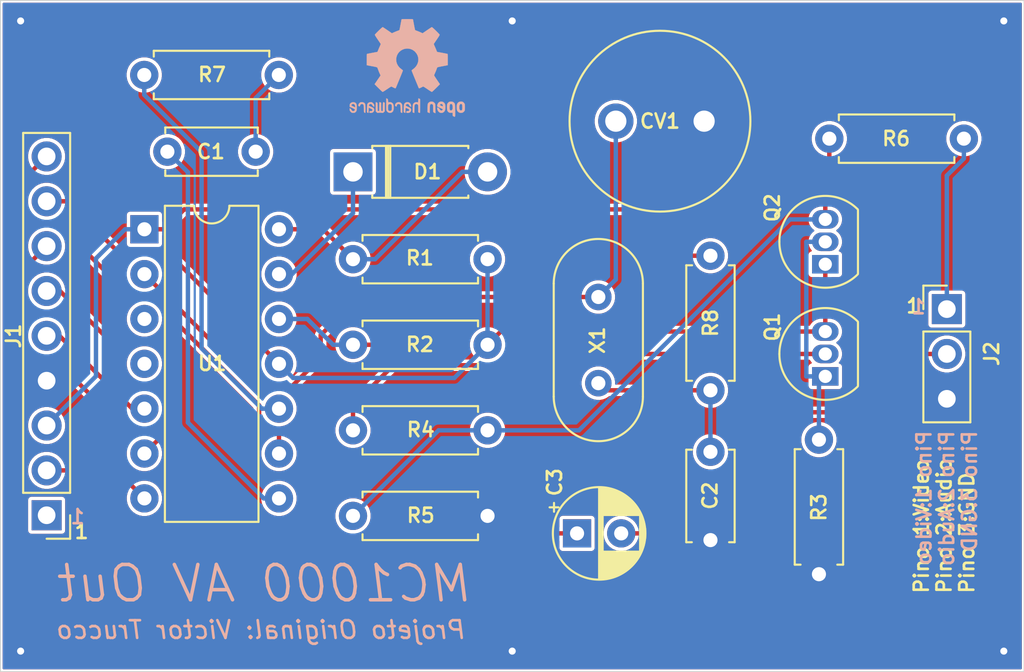
<source format=kicad_pcb>
(kicad_pcb (version 20171130) (host pcbnew "(5.1.6)-1")
  (layers (0 F.Cu signal) (31 B.Cu signal) (34 B.Paste user) (35 F.Paste user) (36 B.SilkS user) (37 F.SilkS user) (38 B.Mask user) (39 F.Mask user) (44 Edge.Cuts user))
  (net 0 "")
  (net 1 "Net-(C1-Pad2)")
  (net 2 "Net-(C1-Pad1)")
  (net 3 GND)
  (net 4 "Net-(C2-Pad2)")
  (net 5 "Net-(C3-Pad1)")
  (net 6 audio)
  (net 7 "Net-(CV1-Pad1)")
  (net 8 "Net-(D1-Pad1)")
  (net 9 "Net-(D1-Pad2)")
  (net 10 "Net-(J1-Pad1)")
  (net 11 "Net-(J1-Pad3)")
  (net 12 "Net-(J1-Pad5)")
  (net 13 "Net-(J1-Pad6)")
  (net 14 "Net-(J1-Pad7)")
  (net 15 "Net-(J1-Pad9)")
  (net 16 "Net-(J2-Pad1)")
  (net 17 "Net-(Q1-Pad1)")
  (net 18 +5V)
  (net 19 "Net-(Q1-Pad2)")
  (net 20 "Net-(Q2-Pad3)")
  (net 21 "Net-(R7-Pad2)")
  (net 22 "Net-(U1-Pad3)")
  (net 23 "Net-(J1-Pad4)")
  (module Symbol:OSHW-Logo2_7.3x6mm_SilkScreen (layer B.Cu) (at 111.76 92.71 180)
    (fp_text reference REF** hide)
    (fp_text value OSHW-Logo2_7.3x6mm_SilkScreen hide)
  )
  (module Connector_PinHeader_2.54mm:PinHeader_1x03_P2.54mm_Vertical (layer F.Cu) (at 142.316 106.375)
    (fp_text reference J2 (at 2.54 2.525001 270) (layer F.SilkS) (effects (font (size 0.8 0.8))))
    (fp_text value AV_Out)
    (pad 3 thru_hole oval (at 0 5.08) (size 1.7 1.7) (drill 1) (layers *.Cu *.Mask) (net 3 GND))
    (pad 2 thru_hole oval (at 0 2.54) (size 1.7 1.7) (drill 1) (layers *.Cu *.Mask) (net 6 audio))
    (pad 1 thru_hole rect (at 0 0) (size 1.7 1.7) (drill 1) (layers *.Cu *.Mask) (net 16 "Net-(J2-Pad1)"))
  )
  (module Capacitor_THT:C_Disc_D5.0mm_W2.5mm_P5.00mm (layer F.Cu) (at 98.1756 97.4598)
    (fp_text reference C1 (at 2.4638 0) (layer F.SilkS) (effects (font (size 0.8 0.8))))
    (fp_text value 100nF)
    (pad 2 thru_hole circle (at 5 0) (size 1.6 1.6) (drill 0.8) (layers *.Cu *.Mask) (net 1 "Net-(C1-Pad2)"))
    (pad 1 thru_hole circle (at 0 0) (size 1.6 1.6) (drill 0.8) (layers *.Cu *.Mask) (net 2 "Net-(C1-Pad1)"))
  )
  (module Capacitor_THT:C_Disc_D5.0mm_W2.5mm_P5.00mm (layer F.Cu) (at 128.93 119.456 90)
    (fp_text reference C2 (at 2.5146 -0.0254 90) (layer F.SilkS) (effects (font (size 0.8 0.8))))
    (fp_text value 56pF)
    (pad 1 thru_hole circle (at 0 0 90) (size 1.6 1.6) (drill 0.8) (layers *.Cu *.Mask) (net 3 GND))
    (pad 2 thru_hole circle (at 5 0 90) (size 1.6 1.6) (drill 0.8) (layers *.Cu *.Mask) (net 4 "Net-(C2-Pad2)"))
  )
  (module Capacitor_THT:CP_Radial_D5.0mm_P2.50mm (layer F.Cu) (at 121.375 119.075)
    (fp_text reference C3 (at -1.27 -2.8956 90) (layer F.SilkS) (effects (font (size 0.8 0.8))))
    (fp_text value 1uF)
    (pad 1 thru_hole rect (at 0 0) (size 1.6 1.6) (drill 0.8) (layers *.Cu *.Mask) (net 5 "Net-(C3-Pad1)"))
    (pad 2 thru_hole circle (at 2.5 0) (size 1.6 1.6) (drill 0.8) (layers *.Cu *.Mask) (net 6 audio))
  )
  (module av-mc1000:trimmer (layer F.Cu) (at 123.571 95.7326)
    (fp_text reference CV1 (at 2.5 0) (layer F.SilkS) (effects (font (size 0.8 0.8))))
    (fp_text value 56pF)
    (pad 2 thru_hole circle (at 5 0) (size 2 2) (drill 1.2) (layers *.Cu *.Mask) (net 3 GND))
    (pad 1 thru_hole circle (at 0 0) (size 2 2) (drill 1.2) (layers *.Cu *.Mask) (net 7 "Net-(CV1-Pad1)"))
  )
  (module Diode_THT:D_DO-41_SOD81_P7.62mm_Horizontal (layer F.Cu) (at 108.687 98.6028)
    (fp_text reference D1 (at 4.2164 -0.0032) (layer F.SilkS) (effects (font (size 0.8 0.8))))
    (fp_text value 1N4007)
    (pad 1 thru_hole rect (at 0 0) (size 2.2 2.2) (drill 1.1) (layers *.Cu *.Mask) (net 8 "Net-(D1-Pad1)"))
    (pad 2 thru_hole oval (at 7.62 0) (size 2.2 2.2) (drill 1.1) (layers *.Cu *.Mask) (net 9 "Net-(D1-Pad2)"))
  )
  (module Connector_PinHeader_2.54mm:PinHeader_1x09_P2.54mm_Vertical (layer F.Cu) (at 91.3384 118.049 180)
    (fp_text reference J1 (at 1.8796 10.149999 90) (layer F.SilkS) (effects (font (size 0.8 0.8))))
    (fp_text value Conn_01x09_Male)
    (pad 1 thru_hole rect (at 0 0 180) (size 1.7 1.7) (drill 1) (layers *.Cu *.Mask) (net 10 "Net-(J1-Pad1)"))
    (pad 2 thru_hole oval (at 0 2.54 180) (size 1.7 1.7) (drill 1) (layers *.Cu *.Mask) (net 5 "Net-(C3-Pad1)"))
    (pad 3 thru_hole oval (at 0 5.08 180) (size 1.7 1.7) (drill 1) (layers *.Cu *.Mask) (net 11 "Net-(J1-Pad3)"))
    (pad 4 thru_hole oval (at 0 7.62 180) (size 1.7 1.7) (drill 1) (layers *.Cu *.Mask) (net 3 GND))
    (pad 5 thru_hole oval (at 0 10.16 180) (size 1.7 1.7) (drill 1) (layers *.Cu *.Mask) (net 12 "Net-(J1-Pad5)"))
    (pad 6 thru_hole oval (at 0 12.7 180) (size 1.7 1.7) (drill 1) (layers *.Cu *.Mask) (net 13 "Net-(J1-Pad6)"))
    (pad 7 thru_hole oval (at 0 15.24 180) (size 1.7 1.7) (drill 1) (layers *.Cu *.Mask) (net 14 "Net-(J1-Pad7)"))
    (pad 8 thru_hole oval (at 0 17.78 180) (size 1.7 1.7) (drill 1) (layers *.Cu *.Mask) (net 18 +5V))
    (pad 9 thru_hole oval (at 0 20.32 180) (size 1.7 1.7) (drill 1) (layers *.Cu *.Mask) (net 15 "Net-(J1-Pad9)"))
  )
  (module Package_TO_SOT_THT:TO-92_Inline (layer F.Cu) (at 135.433 110.185 90)
    (fp_text reference Q1 (at 2.794 -2.997 90) (layer F.SilkS) (effects (font (size 0.8 0.8))))
    (fp_text value BC558)
    (pad 1 thru_hole rect (at 0 0 90) (size 1.05 1.5) (drill 0.75) (layers *.Cu *.Mask) (net 17 "Net-(Q1-Pad1)"))
    (pad 3 thru_hole oval (at 2.54 0 90) (size 1.05 1.5) (drill 0.75) (layers *.Cu *.Mask) (net 18 +5V))
    (pad 2 thru_hole oval (at 1.27 0 90) (size 1.05 1.5) (drill 0.75) (layers *.Cu *.Mask) (net 19 "Net-(Q1-Pad2)"))
  )
  (module Package_TO_SOT_THT:TO-92_Inline (layer F.Cu) (at 135.433 103.835 90)
    (fp_text reference Q2 (at 3.2 -2.997 90) (layer F.SilkS) (effects (font (size 0.8 0.8))))
    (fp_text value 2N4401)
    (pad 2 thru_hole oval (at 1.27 0 90) (size 1.05 1.5) (drill 0.75) (layers *.Cu *.Mask) (net 17 "Net-(Q1-Pad1)"))
    (pad 3 thru_hole oval (at 2.54 0 90) (size 1.05 1.5) (drill 0.75) (layers *.Cu *.Mask) (net 20 "Net-(Q2-Pad3)"))
    (pad 1 thru_hole rect (at 0 0 90) (size 1.05 1.5) (drill 0.75) (layers *.Cu *.Mask) (net 18 +5V))
  )
  (module Resistor_THT:R_Axial_DIN0207_L6.3mm_D2.5mm_P7.62mm_Horizontal (layer F.Cu) (at 108.687 103.548)
    (fp_text reference R1 (at 3.7846 -0.0675) (layer F.SilkS) (effects (font (size 0.8 0.8))))
    (fp_text value 360R)
    (pad 2 thru_hole oval (at 7.62 0) (size 1.6 1.6) (drill 0.8) (layers *.Cu *.Mask) (net 18 +5V))
    (pad 1 thru_hole circle (at 0 0) (size 1.6 1.6) (drill 0.8) (layers *.Cu *.Mask) (net 9 "Net-(D1-Pad2)"))
  )
  (module Resistor_THT:R_Axial_DIN0207_L6.3mm_D2.5mm_P7.62mm_Horizontal (layer F.Cu) (at 116.307 108.394 180)
    (fp_text reference R2 (at 3.8354 0.0138) (layer F.SilkS) (effects (font (size 0.8 0.8))))
    (fp_text value 470R)
    (pad 1 thru_hole circle (at 0 0 180) (size 1.6 1.6) (drill 0.8) (layers *.Cu *.Mask) (net 18 +5V))
    (pad 2 thru_hole oval (at 7.62 0 180) (size 1.6 1.6) (drill 0.8) (layers *.Cu *.Mask) (net 19 "Net-(Q1-Pad2)"))
  )
  (module Resistor_THT:R_Axial_DIN0207_L6.3mm_D2.5mm_P7.62mm_Horizontal (layer F.Cu) (at 135.073 113.767 270)
    (fp_text reference R3 (at 3.8354 0 90) (layer F.SilkS) (effects (font (size 0.8 0.8))))
    (fp_text value 3k3)
    (pad 2 thru_hole oval (at 7.62 0 270) (size 1.6 1.6) (drill 0.8) (layers *.Cu *.Mask) (net 3 GND))
    (pad 1 thru_hole circle (at 0 0 270) (size 1.6 1.6) (drill 0.8) (layers *.Cu *.Mask) (net 17 "Net-(Q1-Pad1)"))
  )
  (module Resistor_THT:R_Axial_DIN0207_L6.3mm_D2.5mm_P7.62mm_Horizontal (layer F.Cu) (at 108.687 113.239)
    (fp_text reference R4 (at 3.8354 -0.0326) (layer F.SilkS) (effects (font (size 0.8 0.8))))
    (fp_text value 3k3)
    (pad 1 thru_hole circle (at 0 0) (size 1.6 1.6) (drill 0.8) (layers *.Cu *.Mask) (net 19 "Net-(Q1-Pad2)"))
    (pad 2 thru_hole oval (at 7.62 0) (size 1.6 1.6) (drill 0.8) (layers *.Cu *.Mask) (net 20 "Net-(Q2-Pad3)"))
  )
  (module Resistor_THT:R_Axial_DIN0207_L6.3mm_D2.5mm_P7.62mm_Horizontal (layer F.Cu) (at 108.687 118.085)
    (fp_text reference R5 (at 3.8354 -0.026) (layer F.SilkS) (effects (font (size 0.8 0.8))))
    (fp_text value 470R)
    (pad 1 thru_hole circle (at 0 0) (size 1.6 1.6) (drill 0.8) (layers *.Cu *.Mask) (net 20 "Net-(Q2-Pad3)"))
    (pad 2 thru_hole oval (at 7.62 0) (size 1.6 1.6) (drill 0.8) (layers *.Cu *.Mask) (net 3 GND))
  )
  (module Resistor_THT:R_Axial_DIN0207_L6.3mm_D2.5mm_P7.62mm_Horizontal (layer F.Cu) (at 135.661 96.7232)
    (fp_text reference R6 (at 3.7846 0) (layer F.SilkS) (effects (font (size 0.8 0.8))))
    (fp_text value 75R)
    (pad 2 thru_hole oval (at 7.62 0) (size 1.6 1.6) (drill 0.8) (layers *.Cu *.Mask) (net 16 "Net-(J2-Pad1)"))
    (pad 1 thru_hole circle (at 0 0) (size 1.6 1.6) (drill 0.8) (layers *.Cu *.Mask) (net 20 "Net-(Q2-Pad3)"))
  )
  (module Resistor_THT:R_Axial_DIN0207_L6.3mm_D2.5mm_P7.62mm_Horizontal (layer F.Cu) (at 104.486 93.1164 180)
    (fp_text reference R7 (at 3.7846 0.0204) (layer F.SilkS) (effects (font (size 0.8 0.8))))
    (fp_text value 750R)
    (pad 2 thru_hole oval (at 7.62 0 180) (size 1.6 1.6) (drill 0.8) (layers *.Cu *.Mask) (net 21 "Net-(R7-Pad2)"))
    (pad 1 thru_hole circle (at 0 0 180) (size 1.6 1.6) (drill 0.8) (layers *.Cu *.Mask) (net 1 "Net-(C1-Pad2)"))
  )
  (module Resistor_THT:R_Axial_DIN0207_L6.3mm_D2.5mm_P7.62mm_Horizontal (layer F.Cu) (at 128.93 110.973 90)
    (fp_text reference R8 (at 3.81 0.0044 90) (layer F.SilkS) (effects (font (size 0.8 0.8))))
    (fp_text value 5k6)
    (pad 1 thru_hole circle (at 0 0 90) (size 1.6 1.6) (drill 0.8) (layers *.Cu *.Mask) (net 4 "Net-(C2-Pad2)"))
    (pad 2 thru_hole oval (at 7.62 0 90) (size 1.6 1.6) (drill 0.8) (layers *.Cu *.Mask) (net 11 "Net-(J1-Pad3)"))
  )
  (module Package_DIP:DIP-14_W7.62mm (layer F.Cu) (at 96.8756 101.854)
    (fp_text reference U1 (at 3.8354 7.6032) (layer F.SilkS) (effects (font (size 0.8 0.8))))
    (fp_text value MC1372)
    (pad 1 thru_hole rect (at 0 0) (size 1.6 1.6) (drill 0.8) (layers *.Cu *.Mask) (net 11 "Net-(J1-Pad3)"))
    (pad 8 thru_hole oval (at 7.62 15.24) (size 1.6 1.6) (drill 0.8) (layers *.Cu *.Mask) (net 2 "Net-(C1-Pad1)"))
    (pad 2 thru_hole oval (at 0 2.54) (size 1.6 1.6) (drill 0.8) (layers *.Cu *.Mask) (net 7 "Net-(CV1-Pad1)"))
    (pad 9 thru_hole oval (at 7.62 12.7) (size 1.6 1.6) (drill 0.8) (layers *.Cu *.Mask) (net 15 "Net-(J1-Pad9)"))
    (pad 3 thru_hole oval (at 0 5.08) (size 1.6 1.6) (drill 0.8) (layers *.Cu *.Mask) (net 22 "Net-(U1-Pad3)"))
    (pad 10 thru_hole oval (at 7.62 10.16) (size 1.6 1.6) (drill 0.8) (layers *.Cu *.Mask) (net 21 "Net-(R7-Pad2)"))
    (pad 4 thru_hole oval (at 0 7.62) (size 1.6 1.6) (drill 0.8) (layers *.Cu *.Mask) (net 23 "Net-(J1-Pad4)"))
    (pad 11 thru_hole oval (at 7.62 7.62) (size 1.6 1.6) (drill 0.8) (layers *.Cu *.Mask) (net 18 +5V))
    (pad 5 thru_hole oval (at 0 10.16) (size 1.6 1.6) (drill 0.8) (layers *.Cu *.Mask) (net 12 "Net-(J1-Pad5)"))
    (pad 12 thru_hole oval (at 7.62 5.08) (size 1.6 1.6) (drill 0.8) (layers *.Cu *.Mask) (net 19 "Net-(Q1-Pad2)"))
    (pad 6 thru_hole oval (at 0 12.7) (size 1.6 1.6) (drill 0.8) (layers *.Cu *.Mask) (net 13 "Net-(J1-Pad6)"))
    (pad 13 thru_hole oval (at 7.62 2.54) (size 1.6 1.6) (drill 0.8) (layers *.Cu *.Mask) (net 8 "Net-(D1-Pad1)"))
    (pad 7 thru_hole oval (at 0 15.24) (size 1.6 1.6) (drill 0.8) (layers *.Cu *.Mask) (net 14 "Net-(J1-Pad7)"))
    (pad 14 thru_hole oval (at 7.62 0) (size 1.6 1.6) (drill 0.8) (layers *.Cu *.Mask) (net 9 "Net-(D1-Pad2)"))
  )
  (module Crystal:Crystal_HC49-4H_Vertical (layer F.Cu) (at 122.58 105.689 270)
    (fp_text reference X1 (at 2.45 0.0508 90) (layer F.SilkS) (effects (font (size 0.8 0.8))))
    (fp_text value 3.579545MHz)
    (pad 1 thru_hole circle (at 0 0 270) (size 1.5 1.5) (drill 0.8) (layers *.Cu *.Mask) (net 7 "Net-(CV1-Pad1)"))
    (pad 2 thru_hole circle (at 4.88 0 270) (size 1.5 1.5) (drill 0.8) (layers *.Cu *.Mask) (net 4 "Net-(C2-Pad2)"))
  )
  (gr_text "Projeto Original: Victor Trucco" (at 103.505 124.5362) (layer B.SilkS) (effects (font (size 1 1) (thickness 0.15) italic) (justify mirror)))
  (gr_text "Pino 1:Video\nPino 2:Audio\nPino 3:GND" (at 142.312848 113.1824 90) (layer B.SilkS) (effects (font (size 0.8 0.8)) (justify left mirror)))
  (gr_text 1 (at 140.716 106.2482) (layer B.SilkS) (effects (font (size 0.8 0.8)) (justify mirror)))
  (gr_text 1 (at 93.091 118.1354) (layer B.SilkS) (effects (font (size 0.8 0.8)) (justify mirror)))
  (gr_text 1 (at 93.3196 118.9736) (layer F.SilkS) (effects (font (size 0.8 0.8))))
  (gr_text "MC1000 AV Out" (at 103.759 121.92) (layer B.SilkS) (effects (font (size 2 2) (thickness 0.2) italic) (justify mirror)))
  (gr_text 1 (at 140.4112 106.1974) (layer F.SilkS) (effects (font (size 0.8 0.8))))
  (gr_text "Pino 1:Video\nPino 2:Audio\nPino 3:GND" (at 142.1638 122.555 90) (layer F.SilkS) (effects (font (size 0.8 0.8)) (justify left)))
  (gr_line (start 88.7222 88.9) (end 88.7222 126.8984) (layer Edge.Cuts) (width 0.05))
  (gr_line (start 146.685 126.8984) (end 88.7222 126.8984) (layer Edge.Cuts) (width 0.05))
  (gr_line (start 146.685 88.9) (end 146.685 126.8984) (layer Edge.Cuts) (width 0.05))
  (gr_line (start 88.7222 88.9) (end 146.685 88.9) (layer Edge.Cuts) (width 0.05))
  (segment (start 104.486 93.1164) (end 103.1756 94.4268) (width 0.25) (layer B.Cu) (net 1))
  (segment (start 103.1756 94.4268) (end 103.1756 97.4598) (width 0.25) (layer B.Cu) (net 1))
  (segment (start 99.3394 112.8014) (end 99.3394 98.6236) (width 0.25) (layer B.Cu) (net 2))
  (segment (start 104.4956 117.094) (end 103.632 117.094) (width 0.25) (layer B.Cu) (net 2))
  (segment (start 99.3394 98.6236) (end 98.1756 97.4598) (width 0.25) (layer B.Cu) (net 2))
  (segment (start 103.632 117.094) (end 99.3394 112.8014) (width 0.25) (layer B.Cu) (net 2))
  (via (at 117.7036 90.0557) (size 0.8) (drill 0.4) (layers F.Cu B.Cu) (net 3))
  (via (at 145.542 90.0557) (size 0.8) (drill 0.4) (layers F.Cu B.Cu) (net 3))
  (via (at 89.8652 90.0557) (size 0.8) (drill 0.4) (layers F.Cu B.Cu) (net 3))
  (via (at 89.8652 125.7427) (size 0.8) (drill 0.4) (layers F.Cu B.Cu) (net 3))
  (via (at 117.7036 125.7427) (size 0.8) (drill 0.4) (layers F.Cu B.Cu) (net 3))
  (via (at 145.542 125.7427) (size 0.8) (drill 0.4) (layers F.Cu B.Cu) (net 3))
  (segment (start 128.93 110.973) (end 128.93 114.456) (width 0.25) (layer B.Cu) (net 4))
  (segment (start 122.58 110.569) (end 122.984 110.973) (width 0.25) (layer F.Cu) (net 4))
  (segment (start 122.984 110.973) (end 128.93 110.973) (width 0.25) (layer F.Cu) (net 4))
  (segment (start 121.375 119.075) (end 120.2497 119.075) (width 0.25) (layer F.Cu) (net 5))
  (segment (start 91.3384 115.509) (end 92.5137 115.509) (width 0.25) (layer F.Cu) (net 5))
  (segment (start 92.5137 115.509) (end 96.2769 119.2722) (width 0.25) (layer F.Cu) (net 5))
  (segment (start 96.2769 119.2722) (end 120.0525 119.2722) (width 0.25) (layer F.Cu) (net 5))
  (segment (start 120.0525 119.2722) (end 120.2497 119.075) (width 0.25) (layer F.Cu) (net 5))
  (segment (start 141.1407 108.915) (end 142.316 108.915) (width 0.25) (layer F.Cu) (net 6))
  (segment (start 132.7651 112.2172) (end 137.8385 112.2172) (width 0.25) (layer F.Cu) (net 6))
  (segment (start 123.875 119.075) (end 125.9073 119.075) (width 0.25) (layer F.Cu) (net 6))
  (segment (start 137.8385 112.2172) (end 141.1407 108.915) (width 0.25) (layer F.Cu) (net 6))
  (segment (start 125.9073 119.075) (end 132.7651 112.2172) (width 0.25) (layer F.Cu) (net 6))
  (segment (start 122.58 105.689) (end 123.571 104.698) (width 0.25) (layer B.Cu) (net 7))
  (segment (start 123.571 104.698) (end 123.571 95.7326) (width 0.25) (layer B.Cu) (net 7))
  (segment (start 97.675599 105.193999) (end 96.8756 104.394) (width 0.25) (layer F.Cu) (net 7))
  (segment (start 103.2256 110.744) (end 97.675599 105.193999) (width 0.25) (layer F.Cu) (net 7))
  (segment (start 109.0172 105.689) (end 106.8578 107.8484) (width 0.25) (layer F.Cu) (net 7))
  (segment (start 106.8578 107.8484) (end 106.8578 109.1184) (width 0.25) (layer F.Cu) (net 7))
  (segment (start 106.8578 109.1184) (end 105.2322 110.744) (width 0.25) (layer F.Cu) (net 7))
  (segment (start 122.58 105.689) (end 109.0172 105.689) (width 0.25) (layer F.Cu) (net 7))
  (segment (start 105.2322 110.744) (end 103.2256 110.744) (width 0.25) (layer F.Cu) (net 7))
  (segment (start 108.687 100.9392) (end 108.687 98.6028) (width 0.25) (layer B.Cu) (net 8))
  (segment (start 104.4956 104.394) (end 105.2322 104.394) (width 0.25) (layer B.Cu) (net 8))
  (segment (start 105.2322 104.394) (end 108.687 100.9392) (width 0.25) (layer B.Cu) (net 8))
  (segment (start 116.307 98.6028) (end 114.8817 98.6028) (width 0.25) (layer B.Cu) (net 9))
  (segment (start 108.687 103.548) (end 109.9365 103.548) (width 0.25) (layer B.Cu) (net 9))
  (segment (start 109.9365 103.548) (end 114.8817 98.6028) (width 0.25) (layer B.Cu) (net 9))
  (segment (start 104.4956 101.854) (end 106.993 101.854) (width 0.25) (layer F.Cu) (net 9))
  (segment (start 106.993 101.854) (end 108.687 103.548) (width 0.25) (layer F.Cu) (net 9))
  (segment (start 96.8756 101.854) (end 98.0009 101.854) (width 0.25) (layer F.Cu) (net 11))
  (segment (start 128.93 103.353) (end 127.8047 103.353) (width 0.25) (layer F.Cu) (net 11))
  (segment (start 127.8047 103.353) (end 125.1804 100.7287) (width 0.25) (layer F.Cu) (net 11))
  (segment (start 125.1804 100.7287) (end 99.1262 100.7287) (width 0.25) (layer F.Cu) (net 11))
  (segment (start 99.1262 100.7287) (end 98.0009 101.854) (width 0.25) (layer F.Cu) (net 11))
  (segment (start 94.1324 103.505) (end 94.1324 110.175) (width 0.25) (layer B.Cu) (net 11))
  (segment (start 96.8756 101.854) (end 95.7834 101.854) (width 0.25) (layer B.Cu) (net 11))
  (segment (start 94.1324 110.175) (end 91.3384 112.969) (width 0.25) (layer B.Cu) (net 11))
  (segment (start 95.7834 101.854) (end 94.1324 103.505) (width 0.25) (layer B.Cu) (net 11))
  (segment (start 96.8756 112.014) (end 96.1898 112.014) (width 0.25) (layer F.Cu) (net 12))
  (segment (start 92.0648 107.889) (end 91.3384 107.889) (width 0.25) (layer F.Cu) (net 12))
  (segment (start 96.1898 112.014) (end 92.0648 107.889) (width 0.25) (layer F.Cu) (net 12))
  (segment (start 97.675599 113.754001) (end 96.8756 114.554) (width 0.25) (layer F.Cu) (net 13))
  (segment (start 97.321402 110.7948) (end 98.000601 111.473999) (width 0.25) (layer F.Cu) (net 13))
  (segment (start 91.3384 105.349) (end 92.0902 105.349) (width 0.25) (layer F.Cu) (net 13))
  (segment (start 92.0902 105.349) (end 95.1738 108.4326) (width 0.25) (layer F.Cu) (net 13))
  (segment (start 98.000601 113.428999) (end 97.675599 113.754001) (width 0.25) (layer F.Cu) (net 13))
  (segment (start 98.000601 111.473999) (end 98.000601 113.428999) (width 0.25) (layer F.Cu) (net 13))
  (segment (start 95.1738 109.8296) (end 96.139 110.7948) (width 0.25) (layer F.Cu) (net 13))
  (segment (start 96.139 110.7948) (end 97.321402 110.7948) (width 0.25) (layer F.Cu) (net 13))
  (segment (start 95.1738 108.4326) (end 95.1738 109.8296) (width 0.25) (layer F.Cu) (net 13))
  (segment (start 95.7503 115.9687) (end 95.7503 113.1672) (width 0.25) (layer F.Cu) (net 14))
  (segment (start 90.1631 108.4683) (end 90.1631 103.9843) (width 0.25) (layer F.Cu) (net 14))
  (segment (start 95.7503 113.1672) (end 91.7421 109.159) (width 0.25) (layer F.Cu) (net 14))
  (segment (start 96.8756 117.094) (end 95.7503 115.9687) (width 0.25) (layer F.Cu) (net 14))
  (segment (start 91.7421 109.159) (end 90.8538 109.159) (width 0.25) (layer F.Cu) (net 14))
  (segment (start 90.1631 103.9843) (end 91.3384 102.809) (width 0.25) (layer F.Cu) (net 14))
  (segment (start 90.8538 109.159) (end 90.1631 108.4683) (width 0.25) (layer F.Cu) (net 14))
  (segment (start 98.1964 103.1748) (end 104.4956 109.474) (width 0.25) (layer F.Cu) (net 18))
  (segment (start 95.4195 103.1748) (end 98.1964 103.1748) (width 0.25) (layer F.Cu) (net 18))
  (segment (start 91.3384 100.269) (end 92.5137 100.269) (width 0.25) (layer F.Cu) (net 18))
  (segment (start 92.5137 100.269) (end 95.4195 103.1748) (width 0.25) (layer F.Cu) (net 18))
  (segment (start 90.1631 98.9043) (end 91.3384 97.729) (width 0.25) (layer F.Cu) (net 15))
  (segment (start 90.1631 100.7844) (end 90.1631 98.9043) (width 0.25) (layer F.Cu) (net 15))
  (segment (start 90.9177 101.539) (end 90.1631 100.7844) (width 0.25) (layer F.Cu) (net 15))
  (segment (start 96.0936 105.664) (end 91.9686 101.539) (width 0.25) (layer F.Cu) (net 15))
  (segment (start 103.3703 112.5848) (end 103.3703 111.8282) (width 0.25) (layer F.Cu) (net 15))
  (segment (start 104.4956 113.4287) (end 104.2142 113.4287) (width 0.25) (layer F.Cu) (net 15))
  (segment (start 104.4956 114.554) (end 104.4956 113.4287) (width 0.25) (layer F.Cu) (net 15))
  (segment (start 91.9686 101.539) (end 90.9177 101.539) (width 0.25) (layer F.Cu) (net 15))
  (segment (start 104.2142 113.4287) (end 103.3703 112.5848) (width 0.25) (layer F.Cu) (net 15))
  (segment (start 97.2061 105.664) (end 96.0936 105.664) (width 0.25) (layer F.Cu) (net 15))
  (segment (start 103.3703 111.8282) (end 97.2061 105.664) (width 0.25) (layer F.Cu) (net 15))
  (segment (start 143.281 96.7232) (end 143.281 97.8485) (width 0.25) (layer B.Cu) (net 16))
  (segment (start 143.281 97.8485) (end 142.316 98.8135) (width 0.25) (layer B.Cu) (net 16))
  (segment (start 142.316 98.8135) (end 142.316 106.375) (width 0.25) (layer B.Cu) (net 16))
  (segment (start 135.073 110.185) (end 134.3577 110.185) (width 0.25) (layer B.Cu) (net 17))
  (segment (start 135.433 110.185) (end 135.073 110.185) (width 0.25) (layer B.Cu) (net 17))
  (segment (start 135.073 113.767) (end 135.073 110.185) (width 0.25) (layer B.Cu) (net 17))
  (segment (start 135.433 102.565) (end 134.3577 102.565) (width 0.25) (layer B.Cu) (net 17))
  (segment (start 134.3577 102.565) (end 134.3577 110.185) (width 0.25) (layer B.Cu) (net 17))
  (segment (start 116.307 108.394) (end 116.307 103.548) (width 0.25) (layer B.Cu) (net 18))
  (segment (start 135.433 107.645) (end 135.433 104.6853) (width 0.25) (layer F.Cu) (net 18))
  (segment (start 135.433 103.835) (end 135.433 104.6853) (width 0.25) (layer F.Cu) (net 18))
  (segment (start 116.307 108.394) (end 117.056 107.645) (width 0.25) (layer F.Cu) (net 18))
  (segment (start 117.056 107.645) (end 135.433 107.645) (width 0.25) (layer F.Cu) (net 18))
  (segment (start 114.427001 110.273999) (end 116.307 108.394) (width 0.25) (layer B.Cu) (net 18))
  (segment (start 105.295599 110.273999) (end 114.427001 110.273999) (width 0.25) (layer B.Cu) (net 18))
  (segment (start 104.4956 109.474) (end 105.295599 110.273999) (width 0.25) (layer B.Cu) (net 18))
  (segment (start 110.9715 109.5532) (end 119.0229 109.5532) (width 0.25) (layer F.Cu) (net 19))
  (segment (start 119.0229 109.5532) (end 119.6611 108.915) (width 0.25) (layer F.Cu) (net 19))
  (segment (start 119.6611 108.915) (end 135.433 108.915) (width 0.25) (layer F.Cu) (net 19))
  (segment (start 109.8123 108.394) (end 110.9715 109.5532) (width 0.25) (layer F.Cu) (net 19))
  (segment (start 110.9715 109.5532) (end 108.687 111.8377) (width 0.25) (layer F.Cu) (net 19))
  (segment (start 108.687 111.8377) (end 108.687 113.239) (width 0.25) (layer F.Cu) (net 19))
  (segment (start 108.687 108.394) (end 107.5617 108.394) (width 0.25) (layer B.Cu) (net 19))
  (segment (start 104.4956 106.934) (end 106.1017 106.934) (width 0.25) (layer B.Cu) (net 19))
  (segment (start 106.1017 106.934) (end 107.5617 108.394) (width 0.25) (layer B.Cu) (net 19))
  (segment (start 108.687 108.394) (end 109.8123 108.394) (width 0.25) (layer F.Cu) (net 19))
  (segment (start 135.433 101.295) (end 135.433 100.4447) (width 0.25) (layer F.Cu) (net 20))
  (segment (start 135.433 100.4447) (end 135.661 100.2167) (width 0.25) (layer F.Cu) (net 20))
  (segment (start 135.661 100.2167) (end 135.661 96.7232) (width 0.25) (layer F.Cu) (net 20))
  (segment (start 116.307 113.239) (end 121.4865 113.239) (width 0.25) (layer B.Cu) (net 20))
  (segment (start 121.4865 113.239) (end 133.4305 101.295) (width 0.25) (layer B.Cu) (net 20))
  (segment (start 133.4305 101.295) (end 135.433 101.295) (width 0.25) (layer B.Cu) (net 20))
  (segment (start 108.687 118.085) (end 113.533 113.239) (width 0.25) (layer B.Cu) (net 20))
  (segment (start 113.533 113.239) (end 116.307 113.239) (width 0.25) (layer B.Cu) (net 20))
  (segment (start 96.866 94.2417) (end 96.866 93.1164) (width 0.25) (layer B.Cu) (net 21))
  (segment (start 100.1123 108.5959) (end 100.1123 97.488) (width 0.25) (layer B.Cu) (net 21))
  (segment (start 104.4956 112.014) (end 103.5304 112.014) (width 0.25) (layer B.Cu) (net 21))
  (segment (start 100.1123 97.488) (end 96.866 94.2417) (width 0.25) (layer B.Cu) (net 21))
  (segment (start 103.5304 112.014) (end 100.1123 108.5959) (width 0.25) (layer B.Cu) (net 21))
  (zone (net 3) (net_name GND) (layer F.Cu) (connect_pads yes (clearance 0.1)) (min_thickness 0.1) (fill yes (arc_segments 32) (thermal_gap 0.508) (thermal_bridge_width 0.508))
    (polygon (pts (xy 146.685 88.9254) (xy 146.685 126.8984) (xy 88.7476 126.8984) (xy 88.7222 88.9)))
  )
  (zone (net 3) (net_name GND) (layer B.Cu) (connect_pads yes (clearance 0.1)) (min_thickness 0.1) (fill yes (arc_segments 32) (thermal_gap 0.508) (thermal_bridge_width 0.508))
    (polygon (pts (xy 146.685 88.896004) (xy 146.685 126.869004) (xy 88.7476 126.869004) (xy 88.7222 88.870604)))
  )
)
</source>
